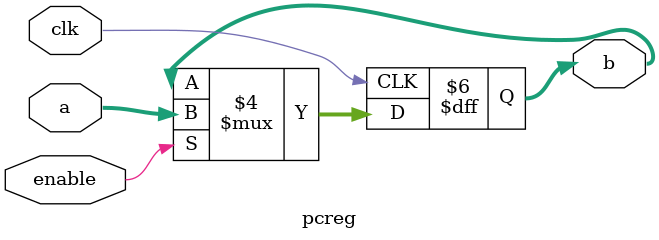
<source format=v>
module pcreg (clk,a,b,enable);
input [15:0] a;
input clk,enable;
output [15:0] b;
reg [15:0] b;

initial begin
b=16'bx;
end


always @(posedge clk) begin
     if (enable==1) begin
			b<=a;
		end
  end 


endmodule
</source>
